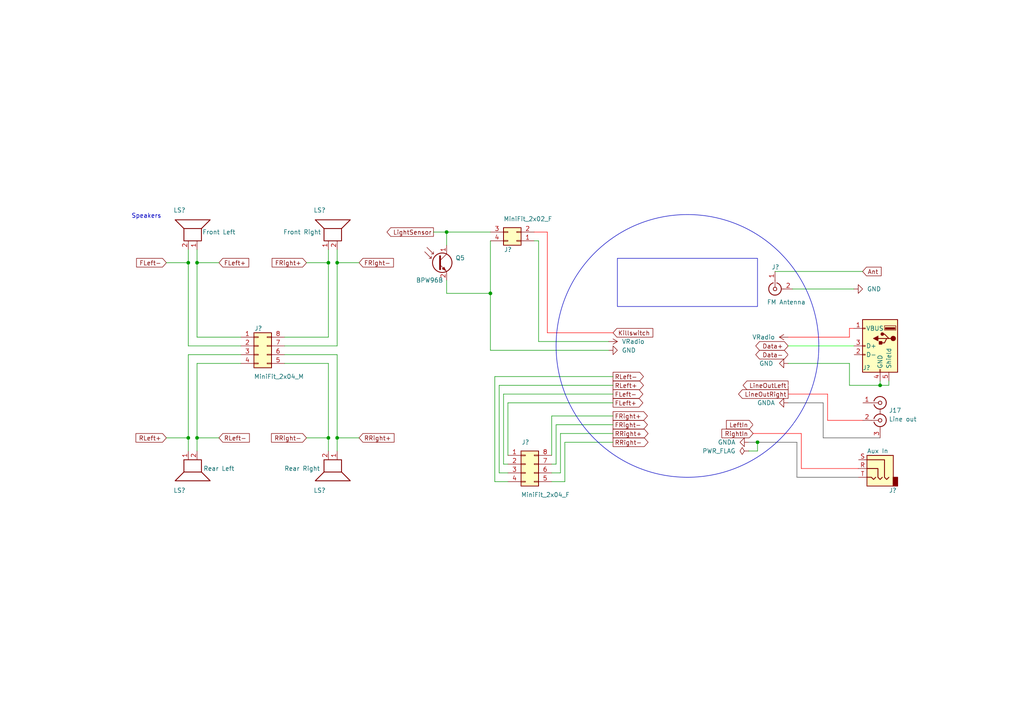
<source format=kicad_sch>
(kicad_sch (version 20230121) (generator eeschema)
  (paper "A4")
  (title_block (title "Velex VX163 Radio"))
  (lib_symbols
    (symbol "Connector:Conn_Coaxial" (pin_names (offset 1.016) hide)
      (property "Reference" "J" (at 0.254 3.048 0))
      (property "Value" "Conn_Coaxial" (at 2.921 0 90))
      (symbol "Conn_Coaxial_0_1"
        (arc (start -1.778 -0.508) (mid 0.2311 -1.8066) (end 1.778 0) (stroke (width 0.254)))
        (polyline (pts (xy -2.54 0) (xy -0.508 0)))
        (polyline (pts (xy 0 -2.54) (xy 0 -1.778)))
        (circle (center 0 0) (radius 0.508) (stroke (width 0.2032)))
        (arc (start 1.778 0) (mid 0.2099 1.8101) (end -1.778 0.508) (stroke (width 0.254)))
      )
      (symbol "Conn_Coaxial_1_1"
        (pin passive line (at -5.08 0 0) (length 2.54) (name "In") (number "1"))
        (pin passive line (at 0 -5.08 90) (length 2.54) (name "Ext") (number "2"))
      )
    )
    (symbol "Connector:Conn_Coaxial_x2" (pin_names (offset 1.016) hide)
      (property "Reference" "J" (at 0 5.715 0))
      (property "Value" "Conn_Coaxial_x2" (at 2.921 0 90))
      (symbol "Conn_Coaxial_x2_0_1"
        (arc (start -1.778 -3.048) (mid 0.2311 -4.3466) (end 1.778 -2.54) (stroke (width 0.254)))
        (arc (start -1.778 2.032) (mid 0.2311 0.7334) (end 1.778 2.54) (stroke (width 0.254)))
        (circle (center 0 -2.54) (radius 0.508) (stroke (width 0.2032)))
        (polyline (pts (xy -2.54 -2.54) (xy -0.508 -2.54)))
        (polyline (pts (xy -2.54 2.54) (xy -0.508 2.54)))
        (polyline (pts (xy 0 -5.08) (xy 0 -4.318)))
        (polyline (pts (xy 0 0.762) (xy 0 -0.635)))
        (circle (center 0 2.54) (radius 0.508) (stroke (width 0.2032)))
        (arc (start 1.778 -2.54) (mid 0.2099 -0.7299) (end -1.778 -2.032) (stroke (width 0.254)))
        (arc (start 1.778 2.54) (mid 0.2099 4.3501) (end -1.778 3.048) (stroke (width 0.254)))
      )
      (symbol "Conn_Coaxial_x2_1_1"
        (pin passive line (at -5.08 2.54 0) (length 2.54) (name "IN1") (number "1"))
        (pin passive line (at -5.08 -2.54 0) (length 2.54) (name "IN2") (number "2"))
        (pin passive line (at 0 -7.62 90) (length 2.54) (name "EXT") (number "3"))
      )
    )
    (symbol "Connector:USB_A" (pin_names (offset 1.016))
      (property "Reference" "J" (at -5.08 11.43 0))
      (property "Value" "USB_A" (at -5.08 8.89 0))
      (symbol "USB_A_0_1"
        (rectangle (start -5.08 -7.62) (end 5.08 7.62) (stroke (width 0.254)) (fill (type background)))
        (circle (center -3.81 2.159) (radius 0.635) (stroke (width 0.254)) (fill (type outline)))
        (rectangle (start -1.524 4.826) (end -4.318 5.334) (fill (type outline)))
        (rectangle (start -1.27 4.572) (end -4.572 5.842))
        (circle (center -0.635 3.429) (radius 0.381) (stroke (width 0.254)) (fill (type outline)))
        (rectangle (start -0.127 -7.62) (end 0.127 -6.858))
        (polyline (pts (xy -3.175 2.159) (xy -2.54 2.159) (xy -1.27 3.429) (xy -0.635 3.429)) (stroke (width 0.254)))
        (polyline (pts (xy -2.54 2.159) (xy -1.905 2.159) (xy -1.27 0.889) (xy 0 0.889)) (stroke (width 0.254)))
        (polyline (pts (xy 0.635 2.794) (xy 0.635 1.524) (xy 1.905 2.159) (xy 0.635 2.794)) (stroke (width 0.254)) (fill (type outline)))
        (rectangle (start 0.254 1.27) (end -0.508 0.508) (stroke (width 0.254)) (fill (type outline)))
        (rectangle (start 5.08 -2.667) (end 4.318 -2.413))
        (rectangle (start 5.08 -0.127) (end 4.318 0.127))
        (rectangle (start 5.08 4.953) (end 4.318 5.207))
      )
      (symbol "USB_A_1_1"
        (polyline (pts (xy -1.905 2.159) (xy 0.635 2.159)) (stroke (width 0.254)))
        (pin power_in line (at 7.62 5.08 180) (length 2.54) (name "VBUS") (number "1"))
        (pin bidirectional line (at 7.62 -2.54 180) (length 2.54) (name "D-") (number "2"))
        (pin bidirectional line (at 7.62 0 180) (length 2.54) (name "D+") (number "3"))
        (pin power_in line (at 0 -10.16 90) (length 2.54) (name "GND") (number "4"))
        (pin passive line (at -2.54 -10.16 90) (length 2.54) (name "Shield") (number "5"))
      )
    )
    (symbol "Connector_Audio:AudioJack3"
      (property "Reference" "J" (at 0 8.89 0))
      (property "Value" "AudioJack3" (at 0 6.35 0))
      (symbol "AudioJack3_0_1"
        (rectangle (start -5.08 -5.08) (end -6.35 -2.54) (stroke (width 0.254)) (fill (type outline)))
        (polyline (pts (xy 0 -2.54) (xy 0.635 -3.175) (xy 1.27 -2.54) (xy 2.54 -2.54)) (stroke (width 0.254)))
        (polyline (pts (xy -1.905 -2.54) (xy -1.27 -3.175) (xy -0.635 -2.54) (xy -0.635 0) (xy 2.54 0)) (stroke (width 0.254)))
        (polyline (pts (xy 2.54 2.54) (xy -2.54 2.54) (xy -2.54 -2.54) (xy -3.175 -3.175) (xy -3.81 -2.54)) (stroke (width 0.254)))
        (rectangle (start 2.54 3.81) (end -5.08 -5.08) (stroke (width 0.254)) (fill (type background)))
      )
      (symbol "AudioJack3_1_1"
        (pin passive line (at 5.08 0 180) (length 2.54) (name "~") (number "R"))
        (pin passive line (at 5.08 2.54 180) (length 2.54) (name "~") (number "S"))
        (pin passive line (at 5.08 -2.54 180) (length 2.54) (name "~") (number "T"))
      )
    )
    (symbol "Connector_Generic:Conn_02x02_Counter_Clockwise" (pin_names (offset 1.016) hide)
      (property "Reference" "J" (at 1.27 2.54 0))
      (property "Value" "Conn_02x02_Counter_Clockwise" (at 1.27 -5.08 0))
      (symbol "Conn_02x02_Counter_Clockwise_1_1"
        (rectangle (start -1.27 -2.413) (end 0 -2.667) (stroke (width 0.1524)))
        (rectangle (start -1.27 0.127) (end 0 -0.127) (stroke (width 0.1524)))
        (rectangle (start -1.27 1.27) (end 3.81 -3.81) (stroke (width 0.254)) (fill (type background)))
        (rectangle (start 3.81 -2.413) (end 2.54 -2.667) (stroke (width 0.1524)))
        (rectangle (start 3.81 0.127) (end 2.54 -0.127) (stroke (width 0.1524)))
        (pin passive line (at -5.08 0 0) (length 3.81) (name "Pin_1") (number "1"))
        (pin passive line (at -5.08 -2.54 0) (length 3.81) (name "Pin_2") (number "2"))
        (pin passive line (at 7.62 -2.54 180) (length 3.81) (name "Pin_3") (number "3"))
        (pin passive line (at 7.62 0 180) (length 3.81) (name "Pin_4") (number "4"))
      )
    )
    (symbol "Connector_Generic:Conn_02x04_Counter_Clockwise" (pin_names (offset 1.016) hide)
      (property "Reference" "J" (at 1.27 5.08 0))
      (property "Value" "Conn_02x04_Counter_Clockwise" (at 1.27 -7.62 0))
      (symbol "Conn_02x04_Counter_Clockwise_1_1"
        (rectangle (start -1.27 -4.953) (end 0 -5.207) (stroke (width 0.1524)))
        (rectangle (start -1.27 -2.413) (end 0 -2.667) (stroke (width 0.1524)))
        (rectangle (start -1.27 0.127) (end 0 -0.127) (stroke (width 0.1524)))
        (rectangle (start -1.27 2.667) (end 0 2.413) (stroke (width 0.1524)))
        (rectangle (start -1.27 3.81) (end 3.81 -6.35) (stroke (width 0.254)) (fill (type background)))
        (rectangle (start 3.81 -4.953) (end 2.54 -5.207) (stroke (width 0.1524)))
        (rectangle (start 3.81 -2.413) (end 2.54 -2.667) (stroke (width 0.1524)))
        (rectangle (start 3.81 0.127) (end 2.54 -0.127) (stroke (width 0.1524)))
        (rectangle (start 3.81 2.667) (end 2.54 2.413) (stroke (width 0.1524)))
        (pin passive line (at -5.08 2.54 0) (length 3.81) (name "Pin_1") (number "1"))
        (pin passive line (at -5.08 0 0) (length 3.81) (name "Pin_2") (number "2"))
        (pin passive line (at -5.08 -2.54 0) (length 3.81) (name "Pin_3") (number "3"))
        (pin passive line (at -5.08 -5.08 0) (length 3.81) (name "Pin_4") (number "4"))
        (pin passive line (at 7.62 -5.08 180) (length 3.81) (name "Pin_5") (number "5"))
        (pin passive line (at 7.62 -2.54 180) (length 3.81) (name "Pin_6") (number "6"))
        (pin passive line (at 7.62 0 180) (length 3.81) (name "Pin_7") (number "7"))
        (pin passive line (at 7.62 2.54 180) (length 3.81) (name "Pin_8") (number "8"))
      )
    )
    (symbol "Device:Q_Photo_NPN" (pin_names (offset 0) hide)
      (property "Reference" "Q" (at 5.08 1.27 0))
      (property "Value" "Q_Photo_NPN" (at 5.08 -1.27 0))
      (symbol "Q_Photo_NPN_0_1"
        (polyline (pts (xy -1.905 1.27) (xy -2.54 1.27)))
        (polyline (pts (xy -1.27 2.54) (xy -1.905 2.54)))
        (polyline (pts (xy 0.635 0.635) (xy 2.54 2.54)))
        (polyline (pts (xy -3.81 3.175) (xy -1.905 1.27) (xy -1.905 1.905)))
        (polyline (pts (xy -3.175 4.445) (xy -1.27 2.54) (xy -1.27 3.175)))
        (polyline (pts (xy 0.635 -0.635) (xy 2.54 -2.54) (xy 2.54 -2.54)))
        (polyline (pts (xy 0.635 1.905) (xy 0.635 -1.905) (xy 0.635 -1.905)) (stroke (width 0.508)))
        (polyline (pts (xy 1.27 -1.778) (xy 1.778 -1.27) (xy 2.286 -2.286) (xy 1.27 -1.778) (xy 1.27 -1.778)) (fill (type outline)))
        (circle (center 1.27 0) (radius 2.8194) (stroke (width 0.254)))
      )
      (symbol "Q_Photo_NPN_1_1"
        (pin passive line (at 2.54 5.08 270) (length 2.54) (name "C") (number "1"))
        (pin passive line (at 2.54 -5.08 90) (length 2.54) (name "E") (number "2"))
      )
    )
    (symbol "Device:Speaker" (pin_names (offset 0) hide)
      (property "Reference" "LS" (at 1.27 5.715 0))
      (property "Value" "Speaker" (at 1.27 3.81 0))
      (symbol "Speaker_0_0"
        (rectangle (start -2.54 1.27) (end 1.016 -3.81) (stroke (width 0.254)))
        (polyline (pts (xy 1.016 1.27) (xy 3.556 3.81) (xy 3.556 -6.35) (xy 1.016 -3.81)) (stroke (width 0.254)))
      )
      (symbol "Speaker_1_1"
        (pin input line (at -5.08 0 0) (length 2.54) (name "1") (number "1"))
        (pin input line (at -5.08 -2.54 0) (length 2.54) (name "2") (number "2"))
      )
    )
    (symbol "GND_1" (power) (pin_names (offset 0))
      (property "Value" "GND_1" (at 0 -3.81 0))
      (symbol "GND_1_0_1"
        (polyline (pts (xy 0 0) (xy 0 -1.27) (xy 1.27 -1.27) (xy 0 -2.54) (xy -1.27 -1.27) (xy 0 -1.27)))
      )
      (symbol "GND_1_1_1"
        (pin power_in line (at 0 0 270) (length 0) hide (name "GND") (number "1"))
      )
    )
    (symbol "GND_2" (power) (pin_names (offset 0))
      (property "Value" "GND_2" (at 0 -3.81 0))
      (symbol "GND_2_0_1"
        (polyline (pts (xy 0 0) (xy 0 -1.27) (xy 1.27 -1.27) (xy 0 -2.54) (xy -1.27 -1.27) (xy 0 -1.27)))
      )
      (symbol "GND_2_1_1"
        (pin power_in line (at 0 0 270) (length 0) hide (name "GND") (number "1"))
      )
    )
    (symbol "Local Components:+5VRadio" (power) (pin_names (offset 0))
      (property "Value" "+5VRadio" (at 0 3.556 0))
      (symbol "+5VRadio_0_1"
        (polyline (pts (xy -0.762 1.27) (xy 0 2.54)))
        (polyline (pts (xy 0 0) (xy 0 2.54)))
        (polyline (pts (xy 0 2.54) (xy 0.762 1.27)))
      )
      (symbol "+5VRadio_1_1"
        (pin power_in line (at 0 0 90) (length 0) hide (name "VRadio") (number "1"))
      )
    )
    (symbol "Local Components:VRadio" (power) (pin_names (offset 0))
      (property "Value" "VRadio" (at 0 3.556 0))
      (symbol "VRadio_0_1"
        (polyline (pts (xy -0.762 1.27) (xy 0 2.54)))
        (polyline (pts (xy 0 0) (xy 0 2.54)))
        (polyline (pts (xy 0 2.54) (xy 0.762 1.27)))
      )
      (symbol "VRadio_1_1"
        (pin power_in line (at 0 0 90) (length 0) hide (name "VRadio") (number "1"))
      )
    )
    (symbol "power:GND" (power) (pin_names (offset 0))
      (property "Value" "GND" (at 0 -3.81 0))
      (symbol "GND_0_1"
        (polyline (pts (xy 0 0) (xy 0 -1.27) (xy 1.27 -1.27) (xy 0 -2.54) (xy -1.27 -1.27) (xy 0 -1.27)))
      )
      (symbol "GND_1_1"
        (pin power_in line (at 0 0 270) (length 0) hide (name "GND") (number "1"))
      )
    )
    (symbol "power:GNDA" (power) (pin_names (offset 0))
      (property "Value" "GNDA" (at 0 -3.81 0))
      (symbol "GNDA_0_1"
        (polyline (pts (xy 0 0) (xy 0 -1.27) (xy 1.27 -1.27) (xy 0 -2.54) (xy -1.27 -1.27) (xy 0 -1.27)))
      )
      (symbol "GNDA_1_1"
        (pin power_in line (at 0 0 270) (length 0) hide (name "GNDA") (number "1"))
      )
    )
    (symbol "power:PWR_FLAG" (power) (pin_numbers hide) (pin_names (offset 0) hide)
      (property "Value" "PWR_FLAG" (at 0 3.81 0))
      (symbol "PWR_FLAG_0_0"
        (pin power_out line (at 0 0 90) (length 0) (name "pwr") (number "1"))
      )
      (symbol "PWR_FLAG_0_1"
        (polyline (pts (xy 0 0) (xy 0 1.27) (xy -1.016 1.905) (xy 0 2.54) (xy 1.016 1.905) (xy 0 1.27)))
      )
    )
  )
  (junction (at 54.61 76.2))
  (junction (at 219.71 128.27))
  (junction (at 57.15 127))
  (junction (at 54.61 127))
  (junction (at 95.25 76.2))
  (junction (at 95.25 127))
  (junction (at 97.79 127))
  (junction (at 57.15 76.2))
  (junction (at 255.27 111.76))
  (junction (at 142.24 85.09))
  (junction (at 97.79 76.2))
  (junction (at 129.54 67.31))
  (wire (pts (xy 129.54 85.09) (xy 142.24 85.09)))
  (wire (pts (xy 238.76 116.84) (xy 228.6 116.84)) (stroke (width 0) (color 72 72 72 1)))
  (wire (pts (xy 229.87 83.82) (xy 247.65 83.82)))
  (wire (pts (xy 97.79 127) (xy 97.79 102.87)))
  (wire (pts (xy 161.29 134.62) (xy 160.02 134.62)))
  (wire (pts (xy 158.75 96.52) (xy 177.8 96.52)) (stroke (width 0) (color 255 0 0 1)))
  (wire (pts (xy 54.61 127) (xy 54.61 130.81)))
  (wire (pts (xy 218.44 125.73) (xy 232.41 125.73)) (stroke (width 0) (color 255 0 0 1)))
  (wire (pts (xy 54.61 76.2) (xy 48.26 76.2)))
  (wire (pts (xy 142.24 69.85) (xy 142.24 85.09)))
  (wire (pts (xy 54.61 76.2) (xy 54.61 100.33)))
  (wire (pts (xy 57.15 105.41) (xy 57.15 127)))
  (wire (pts (xy 54.61 76.2) (xy 54.61 72.39)))
  (wire (pts (xy 142.24 85.09) (xy 142.24 101.6)))
  (wire (pts (xy 163.83 128.27) (xy 163.83 139.7)))
  (wire (pts (xy 246.38 105.41) (xy 246.38 111.76)))
  (wire (pts (xy 231.14 128.27) (xy 231.14 138.43)) (stroke (width 0) (color 72 72 72 1)))
  (wire (pts (xy 63.5 127) (xy 57.15 127)))
  (wire (pts (xy 154.94 67.31) (xy 158.75 67.31)) (stroke (width 0) (color 255 0 0 1)))
  (wire (pts (xy 228.6 100.33) (xy 247.65 100.33)) (stroke (width 0) (color 0 255 0 1)))
  (wire (pts (xy 219.71 128.27) (xy 219.71 130.81)))
  (wire (pts (xy 144.78 111.76) (xy 144.78 137.16)))
  (wire (pts (xy 238.76 127) (xy 255.27 127)) (stroke (width 0) (color 72 72 72 1)))
  (wire (pts (xy 82.55 102.87) (xy 97.79 102.87)))
  (wire (pts (xy 146.05 114.3) (xy 146.05 134.62)))
  (wire (pts (xy 257.81 110.49) (xy 257.81 111.76)))
  (wire (pts (xy 162.56 137.16) (xy 160.02 137.16)))
  (wire (pts (xy 163.83 128.27) (xy 177.8 128.27)))
  (wire (pts (xy 161.29 123.19) (xy 177.8 123.19)))
  (wire (pts (xy 177.8 116.84) (xy 147.32 116.84)))
  (wire (pts (xy 54.61 102.87) (xy 54.61 127)))
  (wire (pts (xy 177.8 111.76) (xy 144.78 111.76)))
  (wire (pts (xy 218.44 123.19) (xy 233.68 123.19)) (stroke (width 0) (color 255 255 255 1)))
  (wire (pts (xy 129.54 85.09) (xy 129.54 81.28)))
  (wire (pts (xy 54.61 100.33) (xy 69.85 100.33)))
  (wire (pts (xy 125.73 67.31) (xy 129.54 67.31)))
  (wire (pts (xy 144.78 137.16) (xy 147.32 137.16)))
  (wire (pts (xy 97.79 72.39) (xy 97.79 76.2)))
  (wire (pts (xy 177.8 114.3) (xy 146.05 114.3)))
  (wire (pts (xy 82.55 100.33) (xy 97.79 100.33)))
  (wire (pts (xy 246.38 97.79) (xy 246.38 95.25)) (stroke (width 0) (color 255 0 0 1)))
  (wire (pts (xy 97.79 127) (xy 104.14 127)))
  (wire (pts (xy 240.03 121.92) (xy 250.19 121.92)) (stroke (width 0) (color 255 0 0 1)))
  (wire (pts (xy 162.56 125.73) (xy 177.8 125.73)))
  (wire (pts (xy 48.26 127) (xy 54.61 127)))
  (wire (pts (xy 129.54 67.31) (xy 142.24 67.31)))
  (wire (pts (xy 95.25 72.39) (xy 95.25 76.2)))
  (wire (pts (xy 233.68 123.19) (xy 233.68 133.35)) (stroke (width 0) (color 255 255 255 1)))
  (wire (pts (xy 257.81 111.76) (xy 255.27 111.76)))
  (wire (pts (xy 143.51 139.7) (xy 147.32 139.7)))
  (wire (pts (xy 232.41 125.73) (xy 232.41 135.89)) (stroke (width 0) (color 255 0 0 1)))
  (wire (pts (xy 217.17 128.27) (xy 219.71 128.27)) (stroke (width 0) (color 72 72 72 1)))
  (wire (pts (xy 240.03 121.92) (xy 240.03 114.3)) (stroke (width 0) (color 255 0 0 1)))
  (wire (pts (xy 95.25 127) (xy 95.25 105.41)))
  (wire (pts (xy 142.24 101.6) (xy 176.53 101.6)))
  (wire (pts (xy 57.15 97.79) (xy 69.85 97.79)))
  (wire (pts (xy 129.54 71.12) (xy 129.54 67.31)))
  (wire (pts (xy 246.38 105.41) (xy 228.6 105.41)))
  (wire (pts (xy 219.71 130.81) (xy 217.17 130.81)))
  (wire (pts (xy 156.21 99.06) (xy 156.21 69.85)))
  (wire (pts (xy 219.71 128.27) (xy 231.14 128.27)) (stroke (width 0) (color 72 72 72 1)))
  (wire (pts (xy 57.15 72.39) (xy 57.15 76.2)))
  (wire (pts (xy 156.21 69.85) (xy 154.94 69.85)))
  (wire (pts (xy 241.3 116.84) (xy 241.3 111.76)) (stroke (width 0) (color 255 255 255 1)))
  (wire (pts (xy 97.79 127) (xy 97.79 130.81)))
  (wire (pts (xy 176.53 99.06) (xy 156.21 99.06)))
  (wire (pts (xy 95.25 127) (xy 95.25 130.81)))
  (wire (pts (xy 57.15 130.81) (xy 57.15 127)))
  (wire (pts (xy 97.79 76.2) (xy 97.79 100.33)))
  (wire (pts (xy 57.15 105.41) (xy 69.85 105.41)))
  (wire (pts (xy 147.32 116.84) (xy 147.32 132.08)))
  (wire (pts (xy 57.15 76.2) (xy 63.5 76.2)))
  (wire (pts (xy 95.25 76.2) (xy 95.25 97.79)))
  (wire (pts (xy 160.02 120.65) (xy 177.8 120.65)))
  (wire (pts (xy 54.61 102.87) (xy 69.85 102.87)))
  (wire (pts (xy 241.3 111.76) (xy 228.6 111.76)) (stroke (width 0) (color 255 255 255 1)))
  (wire (pts (xy 241.3 116.84) (xy 250.19 116.84)) (stroke (width 0) (color 255 255 255 1)))
  (wire (pts (xy 95.25 127) (xy 88.9 127)))
  (wire (pts (xy 246.38 95.25) (xy 247.65 95.25)) (stroke (width 0) (color 255 0 0 1)))
  (wire (pts (xy 238.76 127) (xy 238.76 116.84)) (stroke (width 0) (color 72 72 72 1)))
  (wire (pts (xy 232.41 135.89) (xy 248.92 135.89)) (stroke (width 0) (color 255 0 0 1)))
  (wire (pts (xy 177.8 109.22) (xy 143.51 109.22)))
  (wire (pts (xy 255.27 111.76) (xy 255.27 110.49)))
  (wire (pts (xy 97.79 76.2) (xy 104.14 76.2)))
  (wire (pts (xy 158.75 96.52) (xy 158.75 67.31)) (stroke (width 0) (color 255 0 0 1)))
  (wire (pts (xy 57.15 76.2) (xy 57.15 97.79)))
  (wire (pts (xy 224.79 78.74) (xy 250.19 78.74)))
  (wire (pts (xy 82.55 97.79) (xy 95.25 97.79)))
  (wire (pts (xy 228.6 97.79) (xy 246.38 97.79)) (stroke (width 0) (color 255 0 0 1)))
  (wire (pts (xy 95.25 76.2) (xy 88.9 76.2)))
  (wire (pts (xy 163.83 139.7) (xy 160.02 139.7)))
  (wire (pts (xy 219.71 128.27) (xy 217.17 128.27)))
  (wire (pts (xy 143.51 109.22) (xy 143.51 139.7)))
  (wire (pts (xy 231.14 138.43) (xy 248.92 138.43)) (stroke (width 0) (color 72 72 72 1)))
  (wire (pts (xy 160.02 120.65) (xy 160.02 132.08)))
  (wire (pts (xy 146.05 134.62) (xy 147.32 134.62)))
  (wire (pts (xy 228.6 102.87) (xy 247.65 102.87)) (stroke (width 0) (color 255 255 255 1)))
  (wire (pts (xy 82.55 105.41) (xy 95.25 105.41)))
  (wire (pts (xy 162.56 125.73) (xy 162.56 137.16)))
  (wire (pts (xy 161.29 123.19) (xy 161.29 134.62)))
  (wire (pts (xy 246.38 111.76) (xy 255.27 111.76)))
  (wire (pts (xy 233.68 133.35) (xy 248.92 133.35)) (stroke (width 0) (color 255 255 255 1)))
  (wire (pts (xy 240.03 114.3) (xy 228.6 114.3)) (stroke (width 0) (color 255 0 0 1)))
  (circle (center 199.39 100.33) (radius 38.1))
  (rectangle (start 179.07 74.93) (end 219.71 88.9))
  (text "Speakers" (at 38.1 63.5 0) (effects (font (size 1.27 1.27)) (justify left bottom)))
  (global_label "Data+" (shape bidirectional) (at 228.6 100.33 180) (property "Intersheetrefs" "${INTERSHEET_REFS}" (effects hide)))
  (global_label "FLeft-" (shape output) (at 177.8 114.3 0) (property "Intersheetrefs" "${INTERSHEET_REFS}" (effects hide)))
  (global_label "Killswitch" (shape input) (at 177.8 96.52 0) (property "Intersheetrefs" "${INTERSHEET_REFS}" (effects hide)))
  (global_label "RightIn" (shape input) (at 218.44 125.73 180) (property "Intersheetrefs" "${INTERSHEET_REFS}" (effects hide)))
  (global_label "LineOutLeft" (shape output) (at 228.6 111.76 180) (property "Intersheetrefs" "${INTERSHEET_REFS}" (effects hide)))
  (global_label "RLeft-" (shape input) (at 63.5 127 0) (property "Intersheetrefs" "${INTERSHEET_REFS}" (effects hide)))
  (global_label "Ant" (shape input) (at 250.19 78.74 0) (property "Intersheetrefs" "${INTERSHEET_REFS}" (effects hide)))
  (global_label "RRight+" (shape output) (at 177.8 125.73 0) (property "Intersheetrefs" "${INTERSHEET_REFS}" (effects hide)))
  (global_label "FRight+" (shape output) (at 177.8 120.65 0) (property "Intersheetrefs" "${INTERSHEET_REFS}" (effects hide)))
  (global_label "FLeft+" (shape output) (at 177.8 116.84 0) (property "Intersheetrefs" "${INTERSHEET_REFS}" (effects hide)))
  (global_label "RRight-" (shape output) (at 177.8 128.27 0) (property "Intersheetrefs" "${INTERSHEET_REFS}" (effects hide)))
  (global_label "FRight+" (shape input) (at 88.9 76.2 180) (property "Intersheetrefs" "${INTERSHEET_REFS}" (effects hide)))
  (global_label "RLeft+" (shape input) (at 48.26 127 180) (property "Intersheetrefs" "${INTERSHEET_REFS}" (effects hide)))
  (global_label "FLeft+" (shape input) (at 63.5 76.2 0) (property "Intersheetrefs" "${INTERSHEET_REFS}" (effects hide)))
  (global_label "RLeft-" (shape output) (at 177.8 109.22 0) (property "Intersheetrefs" "${INTERSHEET_REFS}" (effects hide)))
  (global_label "FRight-" (shape input) (at 104.14 76.2 0) (property "Intersheetrefs" "${INTERSHEET_REFS}" (effects hide)))
  (global_label "RRight-" (shape input) (at 88.9 127 180) (property "Intersheetrefs" "${INTERSHEET_REFS}" (effects hide)))
  (global_label "FRight-" (shape output) (at 177.8 123.19 0) (property "Intersheetrefs" "${INTERSHEET_REFS}" (effects hide)))
  (global_label "RLeft+" (shape output) (at 177.8 111.76 0) (property "Intersheetrefs" "${INTERSHEET_REFS}" (effects hide)))
  (global_label "LeftIn" (shape input) (at 218.44 123.19 180) (property "Intersheetrefs" "${INTERSHEET_REFS}" (effects hide)))
  (global_label "RRight+" (shape input) (at 104.14 127 0) (property "Intersheetrefs" "${INTERSHEET_REFS}" (effects hide)))
  (global_label "FLeft-" (shape input) (at 48.26 76.2 180) (property "Intersheetrefs" "${INTERSHEET_REFS}" (effects hide)))
  (global_label "Data-" (shape bidirectional) (at 228.6 102.87 180) (property "Intersheetrefs" "${INTERSHEET_REFS}" (effects hide)))
  (global_label "LightSensor" (shape output) (at 125.73 67.31 180) (property "Intersheetrefs" "${INTERSHEET_REFS}" (effects hide)))
  (global_label "LineOutRight" (shape output) (at 228.6 114.3 180) (property "Intersheetrefs" "${INTERSHEET_REFS}" (effects hide)))
  (symbol (lib_id "Connector_Generic:Conn_02x04_Counter_Clockwise") (at 152.4 134.62 0) (unit 1)
    (property "Reference" "J?" (at 152.4 128.27 0))
    (property "Value" "MiniFit_2x04_F" (at 151.13 143.51 0) (effects (justify left)))
    (property "Footprint" "Connector_Molex:Molex_Mini-Fit_Jr_5566-08A_2x04_P4.20mm_Vertical" (effects hide))
    (property "Datasheet" "https://mauser.pt/catalog/product_info.php?products_id=011-0627" (effects hide))
    (property "Vendor" "Mauser" (effects hide))
    (property "Vendor Link" "https://mauser.pt/catalog/product_info.php?products_id=011-0627" (effects hide))
    (property "Vendor Ref" "011-0627" (effects hide))
    (instances (project "dragstar-infotainment" (path "" (reference "J?") (unit 1)) (path "" (reference "J13") (unit 1))))
  )
  (symbol (lib_id "power:GND") (at 176.53 101.6 90) (unit 1)
    (property "Reference" "#PWR?" (effects hide))
    (property "Value" "GND" (at 180.34 101.6 90) (effects (justify right)))
    (instances (project "dragstar-infotainment" (path "" (reference "#PWR?") (unit 1)) (path "" (reference "#PWR068") (unit 1))))
  )
  (symbol (lib_id "Connector_Audio:AudioJack3") (at 254 135.89 0) (mirror y) (unit 1)
    (property "Reference" "J?" (at 257.81 142.24 0) (effects (justify right)))
    (property "Value" "Aux In" (at 251.46 130.81 0) (effects (justify right)))
    (instances (project "dragstar-infotainment" (path "" (reference "J?") (unit 1)) (path "" (reference "J15") (unit 1))))
  )
  (symbol (lib_id "Device:Speaker") (at 57.15 67.31 270) (mirror x) (unit 1)
    (property "Reference" "LS?" (at 52.07 60.96 90))
    (property "Value" "Front Left" (at 63.5 67.31 90))
    (instances (project "dragstar-infotainment" (path "" (reference "LS?") (unit 1)) (path "" (reference "LS2") (unit 1))))
  )
  (symbol (lib_name "GND_2") (lib_id "power:GND") (at 228.6 105.41 270) (unit 1)
    (property "Reference" "#PWR?" (effects hide))
    (property "Value" "GND" (at 222.25 105.41 90))
    (instances (project "dragstar-infotainment" (path "" (reference "#PWR?") (unit 1)) (path "" (reference "#PWR071") (unit 1))))
  )
  (symbol (lib_id "Connector_Generic:Conn_02x04_Counter_Clockwise") (at 74.93 100.33 0) (unit 1)
    (property "Reference" "J?" (at 74.93 95.25 0))
    (property "Value" "MiniFit_2x04_M" (at 73.66 109.22 0) (effects (justify left)))
    (property "Footprint" "Connector_Molex:Molex_Mini-Fit_Jr_5566-08A_2x04_P4.20mm_Vertical" (effects hide))
    (property "Datasheet" "https://mauser.pt/catalog/product_info.php?products_id=011-0795" (effects hide))
    (property "Vendor" "Mauser" (effects hide))
    (property "Vendor Link" "https://mauser.pt/catalog/product_info.php?products_id=011-0795" (effects hide))
    (property "Vendor Ref" "011-0795" (effects hide))
    (instances (project "dragstar-infotainment" (path "" (reference "J?") (unit 1)) (path "" (reference "J11") (unit 1))))
  )
  (symbol (lib_id "Connector:Conn_Coaxial") (at 224.79 83.82 90) (mirror x) (unit 1)
    (property "Reference" "J?" (at 226.06 77.47 90) (effects (justify left)))
    (property "Value" "FM Antenna" (at 233.68 87.63 90) (effects (justify left)))
    (property "Datasheet" " ~" (effects hide))
    (instances (project "dragstar-infotainment" (path "" (reference "J?") (unit 1)) (path "" (reference "J14") (unit 1))))
  )
  (symbol (lib_name "GND_1") (lib_id "power:GND") (at 247.65 83.82 90) (unit 1)
    (property "Reference" "#PWR?" (effects hide))
    (property "Value" "GND" (at 251.46 83.82 90) (effects (justify right)))
    (instances (project "dragstar-infotainment" (path "" (reference "#PWR?") (unit 1)) (path "" (reference "#PWR073") (unit 1))))
  )
  (symbol (lib_id "Device:Speaker") (at 54.61 135.89 90) (mirror x) (unit 1)
    (property "Reference" "LS?" (at 52.07 142.24 90))
    (property "Value" "Rear Left" (at 63.5 135.89 90))
    (instances (project "dragstar-infotainment" (path "" (reference "LS?") (unit 1)) (path "" (reference "LS1") (unit 1))))
  )
  (symbol (lib_id "Device:Speaker") (at 97.79 135.89 270) (unit 1)
    (property "Reference" "LS?" (at 92.71 142.24 90))
    (property "Value" "Rear Right" (at 87.63 135.89 90))
    (instances (project "dragstar-infotainment" (path "" (reference "LS?") (unit 1)) (path "" (reference "LS4") (unit 1))))
  )
  (symbol (lib_id "Connector_Generic:Conn_02x02_Counter_Clockwise") (at 149.86 69.85 180) (unit 1)
    (property "Reference" "J?" (at 147.32 72.39 0))
    (property "Value" "MiniFit_2x02_F" (at 146.05 63.5 0) (effects (justify right)))
    (property "Footprint" "Connector_Molex:Molex_Mini-Fit_Jr_5566-04A_2x02_P4.20mm_Vertical" (effects hide))
    (property "Datasheet" "https://mauser.pt/catalog/product_info.php?products_id=011-0343" (effects hide))
    (property "Vendor" "Mauser" (effects hide))
    (property "Vendor Link" "https://mauser.pt/catalog/product_info.php?products_id=011-0343" (effects hide))
    (property "Vendor Ref" "011-0343" (effects hide))
    (instances (project "dragstar-infotainment" (path "" (reference "J?") (unit 1)) (path "" (reference "J12") (unit 1))))
  )
  (symbol (lib_id "Local Components:+5VRadio") (at 228.6 97.79 90) (unit 1)
    (property "Reference" "#PWR070" (effects hide))
    (property "Value" "+5VRadio" (at 224.79 97.79 90) (effects (justify left)))
  )
  (symbol (lib_id "power:GNDA") (at 228.6 116.84 270) (unit 1)
    (property "Reference" "#PWR?" (effects hide))
    (property "Value" "GNDA" (at 224.79 116.84 90) (effects (justify right)))
    (instances (project "dragstar-infotainment" (path "" (reference "#PWR?") (unit 1)) (path "" (reference "#PWR072") (unit 1))))
  )
  (symbol (lib_id "power:GNDA") (at 217.17 128.27 270) (unit 1)
    (property "Reference" "#PWR?" (effects hide))
    (property "Value" "GNDA" (at 213.36 128.27 90) (effects (justify right)))
    (instances (project "dragstar-infotainment" (path "" (reference "#PWR?") (unit 1)) (path "" (reference "#PWR069") (unit 1))))
  )
  (symbol (lib_id "Connector:Conn_Coaxial_x2") (at 255.27 119.38 0) (unit 1)
    (property "Reference" "J17" (at 257.81 119.0382 0) (effects (justify left)))
    (property "Value" "Line out" (at 257.81 121.5782 0) (effects (justify left)))
    (property "Datasheet" " ~" (effects hide))
  )
  (symbol (lib_id "Connector:USB_A") (at 255.27 100.33 0) (mirror y) (unit 1)
    (property "Reference" "J?" (at 250.19 106.68 0) (effects (justify right)))
    (property "Value" "USB_A" (effects hide))
    (property "Footprint" "Connector_USB:USB_A_Molex_67643_Horizontal" (effects hide))
    (property "Datasheet" " ~" (effects hide))
    (instances (project "dragstar-infotainment" (path "" (reference "J?") (unit 1)) (path "" (reference "J16") (unit 1))))
  )
  (symbol (lib_id "Device:Q_Photo_NPN") (at 127 76.2 0) (unit 1)
    (property "Reference" "Q5" (at 132.08 74.8157 0) (effects (justify left)))
    (property "Value" "BPW96B" (at 120.65 81.28 0) (effects (justify left)))
    (property "Footprint" "LED_THT:LED_D5.0mm" (effects hide))
    (property "Datasheet" "https://storage.googleapis.com/mauser-public-files/mauser.pt/catalog/userfiles/bpw96.pdf" (effects hide))
    (property "Vendor" "Mauser" (effects hide))
    (property "Vendor Link" "https://mauser.pt/catalog/product_info.php?products_id=017-0313" (effects hide))
    (property "Vendor Ref" "017-0313" (effects hide))
  )
  (symbol (lib_id "Device:Speaker") (at 95.25 67.31 90) (unit 1)
    (property "Reference" "LS?" (at 92.71 60.96 90))
    (property "Value" "Front Right" (at 87.63 67.31 90))
    (instances (project "dragstar-infotainment" (path "" (reference "LS?") (unit 1)) (path "" (reference "LS3") (unit 1))))
  )
  (symbol (lib_id "power:PWR_FLAG") (at 217.17 130.81 90) (unit 1)
    (property "Reference" "#FLG?" (effects hide))
    (property "Value" "PWR_FLAG" (at 213.36 130.81 90) (effects (justify left)))
    (instances (project "dragstar-infotainment" (path "" (reference "#FLG?") (unit 1)) (path "" (reference "#FLG012") (unit 1))))
  )
  (symbol (lib_id "Local Components:VRadio") (at 176.53 99.06 270) (unit 1)
    (property "Reference" "#PWR?" (effects hide))
    (property "Value" "VRadio" (at 180.34 99.06 90) (effects (justify left)))
    (instances (project "dragstar-infotainment" (path "" (reference "#PWR?") (unit 1)) (path "" (reference "#PWR067") (unit 1))))
  )
)
</source>
